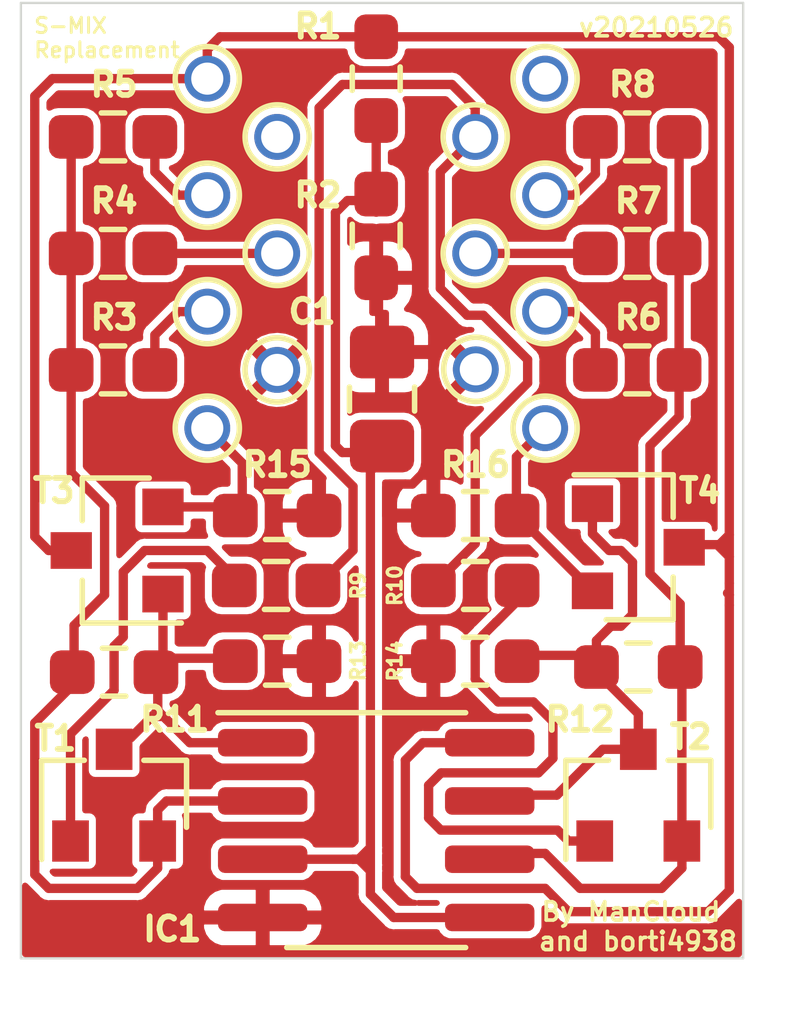
<source format=kicad_pcb>
(kicad_pcb (version 20211014) (generator pcbnew)
  (layers (0 "F.Cu" signal "Top") (31 "B.Cu" signal "Bottom") (34 "B.Paste" user) (35 "F.Paste" user) (36 "B.SilkS" user "B.Silkscreen") (37 "F.SilkS" user "F.Silkscreen") (38 "B.Mask" user) (39 "F.Mask" user) (44 "Edge.Cuts" user))
  (net 0 "")
  (net 1 "GND")
  (net 2 "+12V")
  (net 3 "Net-(IC1-Pad2)")
  (net 4 "/C_AUDIO_R")
  (net 5 "/E_AUDIO_R")
  (net 6 "/AUDIO_IN_R")
  (net 7 "Net-(IC1-Pad6)")
  (net 8 "/C_AUDIO_L")
  (net 9 "/E_AUDIO_L")
  (net 10 "/AUDIO_IN_L")
  (net 11 "/VREF")
  (net 12 "Net-(IC1-Pad1)")
  (net 13 "Net-(IC1-Pad7)")
  (net 14 "Net-(R9-Pad1)")
  (net 15 "Net-(R10-Pad1)")
  (net 16 "/MUTE")
  (net 17 "/R_CHAN")
  (net 18 "/L_CHAN")
  (net 19 "Net-(J3-Pad1)")
  (net 20 "Net-(J5-Pad1)")
  (footprint "Capacitor_SMD:C_0805_2012Metric_Pad1.15x1.40mm_HandSolder" (layer "F.Cu") (at 147.32 101.6 90)
    (fp_text reference "C1" (at 1.905 -1.524 180) (layer "F.SilkS") (effects (font (size 0.508 0.508) (thickness 0.127))))
    (fp_text value "10u")
    (fp_line (start -0.261252 0.71) (end 0.261252 0.71) (layer "F.SilkS") (width 0.12))
    (fp_line (start -0.261252 -0.71) (end 0.261252 -0.71) (layer "F.SilkS") (width 0.12))
    (pad "1" smd roundrect locked (at -1.025 0 90) (size 1.15 1.4) (layers "F.Cu" "F.Paste" "F.Mask") (roundrect_rratio 0.2173904348) (net 11 "/VREF"))
    (pad "2" smd roundrect locked (at 1.025 0 90) (size 1.15 1.4) (layers "F.Cu" "F.Paste" "F.Mask") (roundrect_rratio 0.2173904348) (net 1 "GND"))
  )
  (footprint "Package_SO:SOIC-8_3.9x4.9mm_P1.27mm" (layer "F.Cu") (at 147.193 110.998)
    (fp_text reference "IC1" (at -4.445 2.159) (layer "F.SilkS") (effects (font (size 0.508 0.508) (thickness 0.127))))
    (fp_text value "LM358D")
    (fp_line (start 0 2.56) (end -1.95 2.56) (layer "F.SilkS") (width 0.12))
    (fp_line (start 0 -2.56) (end -3.45 -2.56) (layer "F.SilkS") (width 0.12))
    (fp_line (start 0 -2.56) (end 1.95 -2.56) (layer "F.SilkS") (width 0.12))
    (fp_line (start 0 2.56) (end 1.95 2.56) (layer "F.SilkS") (width 0.12))
    (pad "1" smd roundrect locked (at -2.475 -1.905) (size 1.95 0.6) (layers "F.Cu" "F.Paste" "F.Mask") (net 12 "Net-(IC1-Pad1)"))
    (pad "2" smd roundrect locked (at -2.475 -0.635) (size 1.95 0.6) (layers "F.Cu" "F.Paste" "F.Mask") (net 3 "Net-(IC1-Pad2)"))
    (pad "3" smd roundrect locked (at -2.475 0.635) (size 1.95 0.6) (layers "F.Cu" "F.Paste" "F.Mask") (net 11 "/VREF"))
    (pad "4" smd roundrect locked (at -2.475 1.905) (size 1.95 0.6) (layers "F.Cu" "F.Paste" "F.Mask") (net 1 "GND"))
    (pad "5" smd roundrect locked (at 2.475 1.905) (size 1.95 0.6) (layers "F.Cu" "F.Paste" "F.Mask") (net 11 "/VREF"))
    (pad "6" smd roundrect locked (at 2.475 0.635) (size 1.95 0.6) (layers "F.Cu" "F.Paste" "F.Mask") (net 7 "Net-(IC1-Pad6)"))
    (pad "7" smd roundrect locked (at 2.475 -0.635) (size 1.95 0.6) (layers "F.Cu" "F.Paste" "F.Mask") (net 13 "Net-(IC1-Pad7)"))
    (pad "8" smd roundrect locked (at 2.475 -1.905) (size 1.95 0.6) (layers "F.Cu" "F.Paste" "F.Mask") (net 2 "+12V"))
  )
  (footprint "Resistor_SMD:R_0603_1608Metric_Pad0.98x0.95mm_HandSolder" (layer "F.Cu") (at 152.8845 100.965)
    (fp_text reference "R6" (at 0.0235 -1.143) (layer "F.SilkS") (effects (font (size 0.508 0.508) (thickness 0.127))))
    (fp_text value "10k")
    (fp_line (start -0.254724 0.5225) (end 0.254724 0.5225) (layer "F.SilkS") (width 0.12))
    (fp_line (start -0.254724 -0.5225) (end 0.254724 -0.5225) (layer "F.SilkS") (width 0.12))
    (pad "1" smd roundrect locked (at -0.9125 0) (size 0.975 0.95) (layers "F.Cu" "F.Paste" "F.Mask") (net 8 "/C_AUDIO_L"))
    (pad "2" smd roundrect locked (at 0.9125 0) (size 0.975 0.95) (layers "F.Cu" "F.Paste" "F.Mask") (net 7 "Net-(IC1-Pad6)"))
  )
  (footprint "Resistor_SMD:R_0603_1608Metric_Pad0.98x0.95mm_HandSolder" (layer "F.Cu") (at 145.034 107.315 180)
    (fp_text reference "R13" (at -1.766 0.007581 90) (layer "F.SilkS") (effects (font (size 0.3 0.3) (thickness 0.075))))
    (fp_text value "1k8")
    (fp_line (start -0.254724 0.5225) (end 0.254724 0.5225) (layer "F.SilkS") (width 0.12))
    (fp_line (start -0.254724 -0.5225) (end 0.254724 -0.5225) (layer "F.SilkS") (width 0.12))
    (pad "1" smd roundrect locked (at -0.9125 0 180) (size 0.975 0.95) (layers "F.Cu" "F.Paste" "F.Mask") (net 1 "GND"))
    (pad "2" smd roundrect locked (at 0.9125 0 180) (size 0.975 0.95) (layers "F.Cu" "F.Paste" "F.Mask") (net 12 "Net-(IC1-Pad1)"))
  )
  (footprint "Resistor_SMD:R_0603_1608Metric_Pad0.98x0.95mm_HandSolder" (layer "F.Cu") (at 141.4545 98.425 180)
    (fp_text reference "R4" (at -0.0235 1.143) (layer "F.SilkS") (effects (font (size 0.508 0.508) (thickness 0.127))))
    (fp_text value "10k")
    (fp_line (start -0.254724 -0.5225) (end 0.254724 -0.5225) (layer "F.SilkS") (width 0.12))
    (fp_line (start -0.254724 0.5225) (end 0.254724 0.5225) (layer "F.SilkS") (width 0.12))
    (pad "1" smd roundrect locked (at -0.9125 0 180) (size 0.975 0.95) (layers "F.Cu" "F.Paste" "F.Mask") (net 5 "/E_AUDIO_R"))
    (pad "2" smd roundrect locked (at 0.9125 0 180) (size 0.975 0.95) (layers "F.Cu" "F.Paste" "F.Mask") (net 3 "Net-(IC1-Pad2)"))
  )
  (footprint "Package_TO_SOT_SMD:SOT-23" (layer "F.Cu") (at 141.478 110.236 90)
    (fp_text reference "T1" (at 1.236 -1.278 180) (layer "F.SilkS") (effects (font (size 0.508 0.508) (thickness 0.127))))
    (fp_text value "BC846")
    (fp_line (start 0.76 -1.58) (end 0.76 -0.65) (layer "F.SilkS") (width 0.12))
    (fp_line (start 0.76 1.58) (end 0.76 0.65) (layer "F.SilkS") (width 0.12))
    (fp_line (start 0.76 -1.58) (end -1.4 -1.58) (layer "F.SilkS") (width 0.12))
    (fp_line (start 0.76 1.58) (end -0.7 1.58) (layer "F.SilkS") (width 0.12))
    (pad "1" smd rect locked (at -1 -0.95 90) (size 0.9 0.8) (layers "F.Cu" "F.Paste" "F.Mask") (net 14 "Net-(R9-Pad1)"))
    (pad "2" smd rect locked (at -1 0.95 90) (size 0.9 0.8) (layers "F.Cu" "F.Paste" "F.Mask") (net 3 "Net-(IC1-Pad2)"))
    (pad "3" smd rect locked (at 1 0 90) (size 0.9 0.8) (layers "F.Cu" "F.Paste" "F.Mask") (net 12 "Net-(IC1-Pad1)"))
  )
  (footprint "Resistor_SMD:R_0603_1608Metric_Pad0.98x0.95mm_HandSolder" (layer "F.Cu") (at 149.352 104.14)
    (fp_text reference "R16" (at 0.006233 -1.108165) (layer "F.SilkS") (effects (font (size 0.508 0.508) (thickness 0.127))))
    (fp_text value "1k")
    (fp_line (start -0.254724 0.5225) (end 0.254724 0.5225) (layer "F.SilkS") (width 0.12))
    (fp_line (start -0.254724 -0.5225) (end 0.254724 -0.5225) (layer "F.SilkS") (width 0.12))
    (pad "1" smd roundrect locked (at -0.9125 0) (size 0.975 0.95) (layers "F.Cu" "F.Paste" "F.Mask") (net 1 "GND"))
    (pad "2" smd roundrect locked (at 0.9125 0) (size 0.975 0.95) (layers "F.Cu" "F.Paste" "F.Mask") (net 18 "/L_CHAN"))
  )
  (footprint "Package_TO_SOT_SMD:SOT-23" (layer "F.Cu") (at 152.908 110.236 90)
    (fp_text reference "T2" (at 1.27 1.143 180) (layer "F.SilkS") (effects (font (size 0.508 0.508) (thickness 0.127))))
    (fp_text value "BC846")
    (fp_line (start 0.76 1.58) (end -0.7 1.58) (layer "F.SilkS") (width 0.12))
    (fp_line (start 0.76 -1.58) (end 0.76 -0.65) (layer "F.SilkS") (width 0.12))
    (fp_line (start 0.76 -1.58) (end -1.4 -1.58) (layer "F.SilkS") (width 0.12))
    (fp_line (start 0.76 1.58) (end 0.76 0.65) (layer "F.SilkS") (width 0.12))
    (pad "1" smd rect locked (at -1 -0.95 90) (size 0.9 0.8) (layers "F.Cu" "F.Paste" "F.Mask") (net 15 "Net-(R10-Pad1)"))
    (pad "2" smd rect locked (at -1 0.95 90) (size 0.9 0.8) (layers "F.Cu" "F.Paste" "F.Mask") (net 7 "Net-(IC1-Pad6)"))
    (pad "3" smd rect locked (at 1 0 90) (size 0.9 0.8) (layers "F.Cu" "F.Paste" "F.Mask") (net 13 "Net-(IC1-Pad7)"))
  )
  (footprint "Resistor_SMD:R_0603_1608Metric_Pad0.98x0.95mm_HandSolder" (layer "F.Cu") (at 152.908 107.442 180)
    (fp_text reference "R12" (at 1.27 -1.143) (layer "F.SilkS") (effects (font (size 0.508 0.508) (thickness 0.127))))
    (fp_text value "22k")
    (fp_line (start -0.254724 0.5225) (end 0.254724 0.5225) (layer "F.SilkS") (width 0.12))
    (fp_line (start -0.254724 -0.5225) (end 0.254724 -0.5225) (layer "F.SilkS") (width 0.12))
    (pad "1" smd roundrect locked (at -0.9125 0 180) (size 0.975 0.95) (layers "F.Cu" "F.Paste" "F.Mask") (net 7 "Net-(IC1-Pad6)"))
    (pad "2" smd roundrect locked (at 0.9125 0 180) (size 0.975 0.95) (layers "F.Cu" "F.Paste" "F.Mask") (net 13 "Net-(IC1-Pad7)"))
  )
  (footprint "Resistor_SMD:R_0603_1608Metric_Pad0.98x0.95mm_HandSolder" (layer "F.Cu") (at 152.8845 98.425)
    (fp_text reference "R7" (at 0.0235 -1.143) (layer "F.SilkS") (effects (font (size 0.508 0.508) (thickness 0.127))))
    (fp_text value "10k")
    (fp_line (start -0.254724 0.5225) (end 0.254724 0.5225) (layer "F.SilkS") (width 0.12))
    (fp_line (start -0.254724 -0.5225) (end 0.254724 -0.5225) (layer "F.SilkS") (width 0.12))
    (pad "1" smd roundrect locked (at -0.9125 0) (size 0.975 0.95) (layers "F.Cu" "F.Paste" "F.Mask") (net 9 "/E_AUDIO_L"))
    (pad "2" smd roundrect locked (at 0.9125 0) (size 0.975 0.95) (layers "F.Cu" "F.Paste" "F.Mask") (net 7 "Net-(IC1-Pad6)"))
  )
  (footprint "Resistor_SMD:R_0603_1608Metric_Pad0.98x0.95mm_HandSolder" (layer "F.Cu") (at 152.8845 95.885)
    (fp_text reference "R8" (at -0.1035 -1.143) (layer "F.SilkS") (effects (font (size 0.508 0.508) (thickness 0.127))))
    (fp_text value "10k")
    (fp_line (start -0.254724 0.5225) (end 0.254724 0.5225) (layer "F.SilkS") (width 0.12))
    (fp_line (start -0.254724 -0.5225) (end 0.254724 -0.5225) (layer "F.SilkS") (width 0.12))
    (pad "1" smd roundrect locked (at -0.9125 0) (size 0.975 0.95) (layers "F.Cu" "F.Paste" "F.Mask") (net 10 "/AUDIO_IN_L"))
    (pad "2" smd roundrect locked (at 0.9125 0) (size 0.975 0.95) (layers "F.Cu" "F.Paste" "F.Mask") (net 7 "Net-(IC1-Pad6)"))
  )
  (footprint "Resistor_SMD:R_0603_1608Metric_Pad0.98x0.95mm_HandSolder" (layer "F.Cu") (at 147.193 94.615 90)
    (fp_text reference "R1" (at 1.143 -1.27) (layer "F.SilkS") (effects (font (size 0.508 0.508) (thickness 0.127))))
    (fp_text value "33k")
    (fp_line (start -0.254724 0.5225) (end 0.254724 0.5225) (layer "F.SilkS") (width 0.12))
    (fp_line (start -0.254724 -0.5225) (end 0.254724 -0.5225) (layer "F.SilkS") (width 0.12))
    (pad "1" smd roundrect locked (at -0.9125 0 90) (size 0.975 0.95) (layers "F.Cu" "F.Paste" "F.Mask") (net 11 "/VREF"))
    (pad "2" smd roundrect locked (at 0.9125 0 90) (size 0.975 0.95) (layers "F.Cu" "F.Paste" "F.Mask") (net 2 "+12V"))
  )
  (footprint "TestPoint:TestPoint_THTPad_D1.0mm_Drill0.5mm" (layer "F.Cu") (at 143.51 99.695)
    (fp_text reference "J4" hide)
    (fp_text value " " hide)
    (fp_circle (center 0 0) (end 0 0.7) (layer "F.SilkS") (width 0.12) (fill none))
    (pad "1" thru_hole circle locked (at 0 0) (size 1 1) (drill 0.7) (layers *.Cu *.Mask) (net 4 "/C_AUDIO_R"))
  )
  (footprint "TestPoint:TestPoint_THTPad_D1.0mm_Drill0.5mm" (layer "F.Cu") (at 145.034 100.965)
    (fp_text reference "J2" hide)
    (fp_text value " " hide)
    (fp_circle (center 0 0) (end 0 0.7) (layer "F.SilkS") (width 0.12) (fill none))
    (pad "1" thru_hole circle locked (at 0 0) (size 1 1) (drill 0.7) (layers *.Cu *.Mask) (net 1 "GND"))
  )
  (footprint "TestPoint:TestPoint_THTPad_D1.0mm_Drill0.5mm" (layer "F.Cu") (at 145.034 95.885)
    (fp_text reference "J3" hide)
    (fp_text value " " hide)
    (fp_circle (center 0 0) (end 0 0.7) (layer "F.SilkS") (width 0.12) (fill none))
    (pad "1" thru_hole circle locked (at 0 0) (size 1 1) (drill 0.7) (layers *.Cu *.Mask) (net 19 "Net-(J3-Pad1)"))
  )
  (footprint "TestPoint:TestPoint_THTPad_D1.0mm_Drill0.5mm" (layer "F.Cu") (at 150.876 94.615)
    (fp_text reference "J5" hide)
    (fp_text value " " hide)
    (fp_circle (center 0 0) (end 0 0.7) (layer "F.SilkS") (width 0.12) (fill none))
    (pad "1" thru_hole circle locked (at 0 0) (size 1 1) (drill 0.7) (layers *.Cu *.Mask) (net 20 "Net-(J5-Pad1)"))
  )
  (footprint "TestPoint:TestPoint_THTPad_D1.0mm_Drill0.5mm" (layer "F.Cu") (at 145.034 98.425)
    (fp_text reference "J7" hide)
    (fp_text value " " hide)
    (fp_circle (center 0 0) (end 0 0.7) (layer "F.SilkS") (width 0.12) (fill none))
    (pad "1" thru_hole circle locked (at 0 0) (size 1 1) (drill 0.7) (layers *.Cu *.Mask) (net 5 "/E_AUDIO_R"))
  )
  (footprint "TestPoint:TestPoint_THTPad_D1.0mm_Drill0.5mm" (layer "F.Cu") (at 143.51 97.155)
    (fp_text reference "J8" hide)
    (fp_text value " " hide)
    (fp_circle (center 0 0) (end 0 0.7) (layer "F.SilkS") (width 0.12) (fill none))
    (pad "1" thru_hole circle locked (at 0 0) (size 1 1) (drill 0.7) (layers *.Cu *.Mask) (net 6 "/AUDIO_IN_R"))
  )
  (footprint "TestPoint:TestPoint_THTPad_D1.0mm_Drill0.5mm" (layer "F.Cu") (at 150.876 99.695)
    (fp_text reference "J9" hide)
    (fp_text value " " hide)
    (fp_circle (center 0 0) (end 0 0.7) (layer "F.SilkS") (width 0.12) (fill none))
    (pad "1" thru_hole circle locked (at 0 0) (size 1 1) (drill 0.7) (layers *.Cu *.Mask) (net 8 "/C_AUDIO_L"))
  )
  (footprint "TestPoint:TestPoint_THTPad_D1.0mm_Drill0.5mm" (layer "F.Cu") (at 149.352 98.425)
    (fp_text reference "J10" hide)
    (fp_text value " " hide)
    (fp_circle (center 0 0) (end 0 0.7) (layer "F.SilkS") (width 0.12) (fill none))
    (pad "1" thru_hole circle locked (at 0 0) (size 1 1) (drill 0.7) (layers *.Cu *.Mask) (net 9 "/E_AUDIO_L"))
  )
  (footprint "TestPoint:TestPoint_THTPad_D1.0mm_Drill0.5mm" (layer "F.Cu") (at 150.876 97.155)
    (fp_text reference "J11" hide)
    (fp_text value " " hide)
    (fp_circle (center 0 0) (end 0 0.7) (layer "F.SilkS") (width 0.12) (fill none))
    (pad "1" thru_hole circle locked (at 0 0) (size 1 1) (drill 0.7) (layers *.Cu *.Mask) (net 10 "/AUDIO_IN_L"))
  )
  (footprint "TestPoint:TestPoint_THTPad_D1.0mm_Drill0.5mm" (layer "F.Cu") (at 149.352 95.885)
    (fp_text reference "J12" hide)
    (fp_text value " " hide)
    (fp_circle (center 0 0) (end 0 0.7) (layer "F.SilkS") (width 0.12) (fill none))
    (pad "1" thru_hole circle locked (at 0 0) (size 1 1) (drill 0.7) (layers *.Cu *.Mask) (net 16 "/MUTE"))
  )
  (footprint "TestPoint:TestPoint_THTPad_D1.0mm_Drill0.5mm" (layer "F.Cu") (at 149.3647 100.9523)
    (fp_text reference "J15" hide)
    (fp_text value " " hide)
    (fp_circle (center 0 0) (end 0 0.7) (layer "F.SilkS") (width 0.12) (fill none))
    (pad "1" thru_hole circle locked (at 0 0) (size 1 1) (drill 0.7) (layers *.Cu *.Mask) (net 1 "GND"))
  )
  (footprint "TestPoint:TestPoint_THTPad_D1.0mm_Drill0.5mm" (layer "F.Cu") (at 150.876 102.235)
    (fp_text reference "J14" hide)
    (fp_text value " " hide)
    (fp_circle (center 0 0) (end 0 0.7) (layer "F.SilkS") (width 0.12) (fill none))
    (pad "1" thru_hole circle locked (at 0 0) (size 1 1) (drill 0.7) (layers *.Cu *.Mask) (net 18 "/L_CHAN"))
  )
  (footprint "TestPoint:TestPoint_THTPad_D1.0mm_Drill0.5mm" (layer "F.Cu") (at 143.51 94.615)
    (fp_text reference "J1" hide)
    (fp_text value " " hide)
    (fp_circle (center 0 0) (end 0 0.7) (layer "F.SilkS") (width 0.12) (fill none))
    (pad "1" thru_hole circle locked (at 0 0) (size 1 1) (drill 0.7) (layers *.Cu *.Mask) (net 2 "+12V"))
  )
  (footprint "Resistor_SMD:R_0603_1608Metric_Pad0.98x0.95mm_HandSolder" (layer "F.Cu") (at 141.4545 100.965 180)
    (fp_text reference "R3" (at -0.0235 1.143) (layer "F.SilkS") (effects (font (size 0.508 0.508) (thickness 0.127))))
    (fp_text value "10k")
    (fp_line (start -0.254724 -0.5225) (end 0.254724 -0.5225) (layer "F.SilkS") (width 0.12))
    (fp_line (start -0.254724 0.5225) (end 0.254724 0.5225) (layer "F.SilkS") (width 0.12))
    (pad "1" smd roundrect locked (at -0.9125 0 180) (size 0.975 0.95) (layers "F.Cu" "F.Paste" "F.Mask") (net 4 "/C_AUDIO_R"))
    (pad "2" smd roundrect locked (at 0.9125 0 180) (size 0.975 0.95) (layers "F.Cu" "F.Paste" "F.Mask") (net 3 "Net-(IC1-Pad2)"))
  )
  (footprint "Resistor_SMD:R_0603_1608Metric_Pad0.98x0.95mm_HandSolder" (layer "F.Cu") (at 145.034 104.14 180)
    (fp_text reference "R15" (at -0.001658 1.108165) (layer "F.SilkS") (effects (font (size 0.508 0.508) (thickness 0.127))))
    (fp_text value "1k")
    (fp_line (start -0.254724 0.5225) (end 0.254724 0.5225) (layer "F.SilkS") (width 0.12))
    (fp_line (start -0.254724 -0.5225) (end 0.254724 -0.5225) (layer "F.SilkS") (width 0.12))
    (pad "1" smd roundrect locked (at -0.9125 0 180) (size 0.975 0.95) (layers "F.Cu" "F.Paste" "F.Mask") (net 1 "GND"))
    (pad "2" smd roundrect locked (at 0.9125 0 180) (size 0.975 0.95) (layers "F.Cu" "F.Paste" "F.Mask") (net 17 "/R_CHAN"))
  )
  (footprint "Resistor_SMD:R_0603_1608Metric_Pad0.98x0.95mm_HandSolder" (layer "F.Cu") (at 149.352 105.664 180)
    (fp_text reference "R10" (at 1.752 -0.003494 90) (layer "F.SilkS") (effects (font (size 0.3 0.3) (thickness 0.075))))
    (fp_text value "1k")
    (fp_line (start -0.254724 0.5225) (end 0.254724 0.5225) (layer "F.SilkS") (width 0.12))
    (fp_line (start -0.254724 -0.5225) (end 0.254724 -0.5225) (layer "F.SilkS") (width 0.12))
    (pad "1" smd roundrect locked (at -0.9125 0 180) (size 0.975 0.95) (layers "F.Cu" "F.Paste" "F.Mask") (net 15 "Net-(R10-Pad1)"))
    (pad "2" smd roundrect locked (at 0.9125 0 180) (size 0.975 0.95) (layers "F.Cu" "F.Paste" "F.Mask") (net 16 "/MUTE"))
  )
  (footprint "Resistor_SMD:R_0603_1608Metric_Pad0.98x0.95mm_HandSolder" (layer "F.Cu") (at 145.0105 105.664)
    (fp_text reference "R9" (at 1.7895 0.003494 90) (layer "F.SilkS") (effects (font (size 0.3 0.3) (thickness 0.075))))
    (fp_text value "1k")
    (fp_line (start -0.254724 0.5225) (end 0.254724 0.5225) (layer "F.SilkS") (width 0.12))
    (fp_line (start -0.254724 -0.5225) (end 0.254724 -0.5225) (layer "F.SilkS") (width 0.12))
    (pad "1" smd roundrect locked (at -0.9125 0) (size 0.975 0.95) (layers "F.Cu" "F.Paste" "F.Mask") (net 14 "Net-(R9-Pad1)"))
    (pad "2" smd roundrect locked (at 0.9125 0) (size 0.975 0.95) (layers "F.Cu" "F.Paste" "F.Mask") (net 16 "/MUTE"))
  )
  (footprint "Resistor_SMD:R_0603_1608Metric_Pad0.98x0.95mm_HandSolder" (layer "F.Cu") (at 141.4545 95.885 180)
    (fp_text reference "R5" (at -0.0235 1.143) (layer "F.SilkS") (effects (font (size 0.508 0.508) (thickness 0.127))))
    (fp_text value "10k")
    (fp_line (start -0.254724 -0.5225) (end 0.254724 -0.5225) (layer "F.SilkS") (width 0.12))
    (fp_line (start -0.254724 0.5225) (end 0.254724 0.5225) (layer "F.SilkS") (width 0.12))
    (pad "1" smd roundrect locked (at -0.9125 0 180) (size 0.975 0.95) (layers "F.Cu" "F.Paste" "F.Mask") (net 6 "/AUDIO_IN_R"))
    (pad "2" smd roundrect locked (at 0.9125 0 180) (size 0.975 0.95) (layers "F.Cu" "F.Paste" "F.Mask") (net 3 "Net-(IC1-Pad2)"))
  )
  (footprint "Package_TO_SOT_SMD:SOT-23" (layer "F.Cu") (at 141.544 104.902 180)
    (fp_text reference "T3" (at 1.381382 1.302 180) (layer "F.SilkS") (effects (font (size 0.508 0.508) (thickness 0.127))))
    (fp_text value "BC846")
    (fp_line (start 0.76 1.58) (end 0.76 0.65) (layer "F.SilkS") (width 0.12))
    (fp_line (start 0.76 -1.58) (end -1.4 -1.58) (layer "F.SilkS") (width 0.12))
    (fp_line (start 0.76 1.58) (end -0.7 1.58) (layer "F.SilkS") (width 0.12))
    (fp_line (start 0.76 -1.58) (end 0.76 -0.65) (layer "F.SilkS") (width 0.12))
    (pad "1" smd rect locked (at -1 -0.95 180) (size 0.9 0.8) (layers "F.Cu" "F.Paste" "F.Mask") (net 12 "Net-(IC1-Pad1)"))
    (pad "2" smd rect locked (at -1 0.95 180) (size 0.9 0.8) (layers "F.Cu" "F.Paste" "F.Mask") (net 17 "/R_CHAN"))
    (pad "3" smd rect locked (at 1 0 180) (size 0.9 0.8) (layers "F.Cu" "F.Paste" "F.Mask") (net 2 "+12V"))
  )
  (footprint "TestPoint:TestPoint_THTPad_D1.0mm_Drill0.5mm" (layer "F.Cu") (at 143.51 102.235)
    (fp_text reference "J13" hide)
    (fp_text value " " hide)
    (fp_circle (center 0 0) (end 0 0.7) (layer "F.SilkS") (width 0.12) (fill none))
    (pad "1" thru_hole circle locked (at 0 0) (size 1 1) (drill 0.7) (layers *.Cu *.Mask) (net 17 "/R_CHAN"))
  )
  (footprint "Resistor_SMD:R_0603_1608Metric_Pad0.98x0.95mm_HandSolder" (layer "F.Cu") (at 149.352 107.315)
    (fp_text reference "R14" (at -1.752 -0.001618 270) (layer "F.SilkS") (effects (font (size 0.3 0.3) (thickness 0.075))))
    (fp_text value "1k8")
    (fp_line (start -0.254724 -0.5225) (end 0.254724 -0.5225) (layer "F.SilkS") (width 0.12))
    (fp_line (start -0.254724 0.5225) (end 0.254724 0.5225) (layer "F.SilkS") (width 0.12))
    (pad "1" smd roundrect locked (at -0.9125 0) (size 0.975 0.95) (layers "F.Cu" "F.Paste" "F.Mask") (net 1 "GND"))
    (pad "2" smd roundrect locked (at 0.9125 0) (size 0.975 0.95) (layers "F.Cu" "F.Paste" "F.Mask") (net 13 "Net-(IC1-Pad7)"))
  )
  (footprint "Package_TO_SOT_SMD:SOT-23" (layer "F.Cu") (at 152.908 104.831498)
    (fp_text reference "T4" (at 1.340502 -1.231498) (layer "F.SilkS") (effects (font (size 0.508 0.508) (thickness 0.127))))
    (fp_text value "BC846")
    (fp_line (start 0.76 1.58) (end -0.7 1.58) (layer "F.SilkS") (width 0.12))
    (fp_line (start 0.76 1.58) (end 0.76 0.65) (layer "F.SilkS") (width 0.12))
    (fp_line (start 0.76 -1.58) (end 0.76 -0.65) (layer "F.SilkS") (width 0.12))
    (fp_line (start 0.76 -1.58) (end -1.4 -1.58) (layer "F.SilkS") (width 0.12))
    (pad "1" smd rect locked (at -1 -0.95) (size 0.9 0.8) (layers "F.Cu" "F.Paste" "F.Mask") (net 13 "Net-(IC1-Pad7)"))
    (pad "2" smd rect locked (at -1 0.95) (size 0.9 0.8) (layers "F.Cu" "F.Paste" "F.Mask") (net 18 "/L_CHAN"))
    (pad "3" smd rect locked (at 1 0) (size 0.9 0.8) (layers "F.Cu" "F.Paste" "F.Mask") (net 2 "+12V"))
  )
  (footprint "Resistor_SMD:R_0603_1608Metric_Pad0.98x0.95mm_HandSolder" (layer "F.Cu") (at 147.193 98.044 -90)
    (fp_text reference "R2" (at -0.889 1.27 180) (layer "F.SilkS") (effects (font (size 0.508 0.508) (thickness 0.127))))
    (fp_text value "33k")
    (fp_line (start -0.254724 0.5225) (end 0.254724 0.5225) (layer "F.SilkS") (width 0.12))
    (fp_line (start -0.254724 -0.5225) (end 0.254724 -0.5225) (layer "F.SilkS") (width 0.12))
    (pad "1" smd roundrect locked (at -0.9125 0 270) (size 0.975 0.95) (layers "F.Cu" "F.Paste" "F.Mask") (net 11 "/VREF"))
    (pad "2" smd roundrect locked (at 0.9125 0 270) (size 0.975 0.95) (layers "F.Cu" "F.Paste" "F.Mask") (net 1 "GND"))
  )
  (footprint "Resistor_SMD:R_0603_1608Metric_Pad0.98x0.95mm_HandSolder" (layer "F.Cu") (at 141.478 107.554773)
    (fp_text reference "R11" (at 1.322 1.030227 180) (layer "F.SilkS") (effects (font (size 0.508 0.508) (thickness 0.127))))
    (fp_text value "22k")
    (fp_line (start -0.254724 -0.5225) (end 0.254724 -0.5225) (layer "F.SilkS") (width 0.12))
    (fp_line (start -0.254724 0.5225) (end 0.254724 0.5225) (layer "F.SilkS") (width 0.12))
    (pad "1" smd roundrect locked (at -0.9125 0) (size 0.975 0.95) (layers "F.Cu" "F.Paste" "F.Mask") (net 3 "Net-(IC1-Pad2)"))
    (pad "2" smd roundrect locked (at 0.9125 0) (size 0.975 0.95) (layers "F.Cu" "F.Paste" "F.Mask") (net 12 "Net-(IC1-Pad1)"))
  )
  (gr_line (start 155.194 92.964) (end 155.194 113.792) (layer "Edge.Cuts") (width 0.05))
  (gr_line (start 155.194 92.964) (end 139.446 92.964) (layer "Edge.Cuts") (width 0.05))
  (gr_line (start 139.446 113.792) (end 155.194 113.792) (layer "Edge.Cuts") (width 0.05))
  (gr_line (start 139.446 92.964) (end 139.446 113.792) (layer "Edge.Cuts") (width 0.05))
  (gr_text "By ManCloud \nand borti4938" (at 152.9 113.1) (layer "F.SilkS") (effects (font (size 0.4 0.4) (thickness 0.08))))
  (gr_text "S-MIX\nReplacement" (at 139.7 93.726) (layer "F.SilkS") (effects (font (size 0.3302 0.3302) (thickness 0.0635)) (justify left)))
  (gr_text "v20210526" (at 153.3 93.5) (layer "F.SilkS") (effects (font (size 0.4 0.4) (thickness 0.08))))
  (segment (start 147.97877 103.45401) (end 147.49799 103.45401) (width 0.2032) (layer "F.Cu") (net 1))
  (segment (start 147.42161 104.14) (end 148.4395 104.14) (width 0.2032) (layer "F.Cu") (net 1))
  (segment (start 148.864701 101.452299) (end 148.864701 102.568079) (width 0.2032) (layer "F.Cu") (net 1))
  (segment (start 148.717 102.71578) (end 147.97877 103.45401) (width 0.2032) (layer "F.Cu") (net 1))
  (segment (start 149.3647 100.9523) (end 148.864701 101.452299) (width 0.2032) (layer "F.Cu") (net 1))
  (segment (start 148.717 101.6) (end 148.717 102.71578) (width 0.2032) (layer "F.Cu") (net 1))
  (segment (start 149.3647 100.9523) (end 148.717 101.6) (width 0.2032) (layer "F.Cu") (net 1))
  (segment (start 147.42161 103.53039) (end 147.42161 104.14) (width 0.2032) (layer "F.Cu") (net 1))
  (segment (start 147.49799 103.45401) (end 147.42161 103.53039) (width 0.2032) (layer "F.Cu") (net 1))
  (segment (start 139.74841 104.59959) (end 139.74841 95.29841) (width 0.2032) (layer "F.Cu") (net 2))
  (segment (start 147.828 109.474) (end 147.828 112.014) (width 0.2032) (layer "F.Cu") (net 2))
  (segment (start 143.7875 93.7025) (end 154.6625 93.7025) (width 0.2032) (layer "F.Cu") (net 2))
  (segment (start 154.6625 93.7025) (end 154.89159 93.93159) (width 0.2032) (layer "F.Cu") (net 2))
  (segment (start 154.629678 104.775) (end 154.89159 105.036912) (width 0.2032) (layer "F.Cu") (net 2))
  (segment (start 154.89159 105.61559) (end 154.89159 105.86959) (width 0.2032) (layer "F.Cu") (net 2))
  (segment (start 149.668 108.966) (end 149.541 109.093) (width 0.2032) (layer "F.Cu") (net 2))
  (segment (start 148.082 112.268) (end 150.876 112.268) (width 0.2032) (layer "F.Cu") (net 2))
  (segment (start 151.384 112.776) (end 154.432 112.776) (width 0.2032) (layer "F.Cu") (net 2))
  (segment (start 154.89159 106.09341) (end 154.89159 105.86959) (width 0.2032) (layer "F.Cu") (net 2))
  (segment (start 153.964498 104.775) (end 154.813 104.775) (width 0.2032) (layer "F.Cu") (net 2))
  (segment (start 154.675682 104.775) (end 154.89159 104.559092) (width 0.2032) (layer "F.Cu") (net 2))
  (segment (start 140.05082 104.902) (end 139.74841 104.59959) (width 0.2032) (layer "F.Cu") (net 2))
  (segment (start 149.541 109.093) (end 148.209 109.093) (width 0.2032) (layer "F.Cu") (net 2))
  (segment (start 154.599498 104.775) (end 154.675682 104.775) (width 0.2032) (layer "F.Cu") (net 2))
  (segment (start 154.89159 93.93159) (end 154.89159 105.61559) (width 0.2032) (layer "F.Cu") (net 2))
  (segment (start 140.544 104.902) (end 140.05082 104.902) (width 0.2032) (layer "F.Cu") (net 2))
  (segment (start 143.51 94.615) (end 143.51 93.98) (width 0.2032) (layer "F.Cu") (net 2))
  (segment (start 143.51 94.615) (end 140.12941 94.615) (width 0.2032) (layer "F.Cu") (net 2))
  (segment (start 143.51 93.98) (end 143.7875 93.7025) (width 0.2032) (layer "F.Cu") (net 2))
  (segment (start 154.853498 105.831498) (end 154.89159 105.86959) (width 0.2032) (layer "F.Cu") (net 2))
  (segment (start 139.74841 95.29841) (end 139.74841 94.996) (width 0.2032) (layer "F.Cu") (net 2))
  (segment (start 153.908 104.831498) (end 153.964498 104.775) (width 0.2032) (layer "F.Cu") (net 2))
  (segment (start 147.828 112.014) (end 148.082 112.268) (width 0.2032) (layer "F.Cu") (net 2))
  (segment (start 148.209 109.093) (end 147.828 109.474) (width 0.2032) (layer "F.Cu") (net 2))
  (segment (start 154.89159 112.31641) (end 154.89159 106.09341) (width 0.2032) (layer "F.Cu") (net 2))
  (segment (start 150.876 112.268) (end 151.384 112.776) (width 0.2032) (layer "F.Cu") (net 2))
  (segment (start 140.12941 94.615) (end 139.74841 94.996) (width 0.2032) (layer "F.Cu") (net 2))
  (segment (start 154.432 112.776) (end 154.89159 112.31641) (width 0.2032) (layer "F.Cu") (net 2))
  (segment (start 140.542 95.885) (end 140.542 98.425) (width 0.2032) (layer "F.Cu") (net 3))
  (segment (start 140.542 98.425) (end 140.542 100.965) (width 0.2032) (layer "F.Cu") (net 3))
  (segment (start 142.428 110.556) (end 142.621 110.363) (width 0.2032) (layer "F.Cu") (net 3))
  (segment (start 140.542 100.965) (end 140.542 103.204) (width 0.2032) (layer "F.Cu") (net 3))
  (segment (start 140.6055 107.8065) (end 139.74841 108.66359) (width 0.2032) (layer "F.Cu") (net 3))
  (segment (start 142.428 111.826) (end 142.428 110.556) (width 0.2032) (layer "F.Cu") (net 3))
  (segment (start 141.271401 105.870599) (end 140.6055 106.5365) (width 0.2032) (layer "F.Cu") (net 3))
  (segment (start 140.542 103.204) (end 141.271401 103.933401) (width 0.2032) (layer "F.Cu") (net 3))
  (segment (start 140.05082 112.268) (end 141.986 112.268) (width 0.2032) (layer "F.Cu") (net 3))
  (segment (start 141.986 112.268) (end 142.428 111.826) (width 0.2032) (layer "F.Cu") (net 3))
  (segment (start 141.271401 103.933401) (end 141.271401 105.870599) (width 0.2032) (layer "F.Cu") (net 3))
  (segment (start 142.621 110.363) (end 144.718 110.363) (width 0.2032) (layer "F.Cu") (net 3))
  (segment (start 139.74841 111.96559) (end 140.05082 112.268) (width 0.2032) (layer "F.Cu") (net 3))
  (segment (start 139.74841 108.66359) (end 139.74841 111.96559) (width 0.2032) (layer "F.Cu") (net 3))
  (segment (start 140.6055 106.5365) (end 140.6055 107.8065) (width 0.2032) (layer "F.Cu") (net 3))
  (segment (start 143.51 99.695) (end 142.875 99.695) (width 0.2032) (layer "F.Cu") (net 4))
  (segment (start 142.367 100.203) (end 142.367 100.965) (width 0.2032) (layer "F.Cu") (net 4))
  (segment (start 142.875 99.695) (end 142.367 100.203) (width 0.2032) (layer "F.Cu") (net 4))
  (segment (start 145.034 98.425) (end 142.367 98.425) (width 0.2032) (layer "F.Cu") (net 5))
  (segment (start 142.875 97.155) (end 142.367 96.647) (width 0.2032) (layer "F.Cu") (net 6))
  (segment (start 143.51 97.155) (end 142.875 97.155) (width 0.2032) (layer "F.Cu") (net 6))
  (segment (start 142.367 96.647) (end 142.367 95.885) (width 0.2032) (layer "F.Cu") (net 6))
  (segment (start 153.162 105.41) (end 153.162 102.616) (width 0.2032) (layer "F.Cu") (net 7))
  (segment (start 153.858 111.826) (end 153.858 111.236) (width 0.2032) (layer "F.Cu") (net 7))
  (segment (start 153.8205 106.0685) (end 153.162 105.41) (width 0.2032) (layer "F.Cu") (net 7))
  (segment (start 153.416 112.268) (end 153.858 111.826) (width 0.2032) (layer "F.Cu") (net 7))
  (segment (start 153.797 98.425) (end 153.797 100.965) (width 0.2032) (layer "F.Cu") (net 7))
  (segment (start 153.858 111.236) (end 153.858 107.4795) (width 0.2032) (layer "F.Cu") (net 7))
  (segment (start 151.638 112.268) (end 153.416 112.268) (width 0.2032) (layer "F.Cu") (net 7))
  (segment (start 150.876 111.506) (end 151.638 112.268) (width 0.2032) (layer "F.Cu") (net 7))
  (segment (start 153.797 95.885) (end 153.797 98.425) (width 0.2032) (layer "F.Cu") (net 7))
  (segment (start 149.668 111.506) (end 150.876 111.506) (width 0.2032) (layer "F.Cu") (net 7))
  (segment (start 153.162 102.616) (end 153.797 101.981) (width 0.2032) (layer "F.Cu") (net 7))
  (segment (start 153.797 101.981) (end 153.797 100.965) (width 0.2032) (layer "F.Cu") (net 7))
  (segment (start 153.8205 107.442) (end 153.8205 106.0685) (width 0.2032) (layer "F.Cu") (net 7))
  (segment (start 153.858 107.4795) (end 153.8205 107.442) (width 0.2032) (layer "F.Cu") (net 7))
  (segment (start 151.972 100.156) (end 151.972 100.965) (width 0.2032) (layer "F.Cu") (net 8))
  (segment (start 151.511 99.695) (end 151.972 100.156) (width 0.2032) (layer "F.Cu") (net 8))
  (segment (start 150.876 99.695) (end 151.511 99.695) (width 0.2032) (layer "F.Cu") (net 8))
  (segment (start 149.352 98.425) (end 151.972 98.425) (width 0.2032) (layer "F.Cu") (net 9))
  (segment (start 150.876 97.155) (end 151.511 97.155) (width 0.2032) (layer "F.Cu") (net 10))
  (segment (start 151.511 97.155) (end 151.972 96.694) (width 0.2032) (layer "F.Cu") (net 10))
  (segment (start 151.972 96.694) (end 151.972 95.885) (width 0.2032) (layer "F.Cu") (net 10))
  (segment (start 147.066 103.171) (end 147.066 111.379) (width 0.2032) (layer "F.Cu") (net 11))
  (segment (start 146.304 97.536) (end 146.567 97.273) (width 0.2032) (layer "F.Cu") (net 11))
  (segment (start 146.685 111.633) (end 146.939 111.633) (width 0.2032) (layer "F.Cu") (net 11))
  (segment (start 147.066 111.76) (end 147.066 111.887) (width 0.2032) (layer "F.Cu") (net 11))
  (segment (start 146.304 102.616) (end 146.304 97.536) (width 0.2032) (layer "F.Cu") (net 11))
  (segment (start 147.066 111.379) (end 147.066 111.506) (width 0.2032) (layer "F.Cu") (net 11))
  (segment (start 147.193 103.044) (end 147.066 103.171) (width 0.2032) (layer "F.Cu") (net 11))
  (segment (start 147.066 111.506) (end 147.066 111.76) (width 0.2032) (layer "F.Cu") (net 11))
  (segment (start 146.685 111.633) (end 146.812 111.633) (width 0.2032) (layer "F.Cu") (net 11))
  (segment (start 146.812 111.633) (end 147.066 111.887) (width 0.2032) (layer "F.Cu") (net 11))
  (segment (start 146.939 111.633) (end 147.066 111.506) (width 0.2032) (layer "F.Cu") (net 11))
  (segment (start 144.718 111.633) (end 146.685 111.633) (width 0.2032) (layer "F.Cu") (net 11))
  (segment (start 147.193 102.7665) (end 146.4545 102.7665) (width 0.2032) (layer "F.Cu") (net 11))
  (segment (start 146.812 111.633) (end 147.066 111.379) (width 0.2032) (layer "F.Cu") (net 11))
  (segment (start 146.4545 102.7665) (end 146.304 102.616) (width 0.2032) (layer "F.Cu") (net 11))
  (segment (start 146.567 97.273) (end 147.193 97.273) (width 0.2032) (layer "F.Cu") (net 11))
  (segment (start 149.668 112.903) (end 149.668 112.776) (width 0.2032) (layer "F.Cu") (net 11))
  (segment (start 147.574 112.903) (end 149.668 112.903) (width 0.2032) (layer "F.Cu") (net 11))
  (segment (start 146.939 111.633) (end 147.066 111.76) (width 0.2032) (layer "F.Cu") (net 11))
  (segment (start 147.066 111.887) (end 147.066 112.395) (width 0.2032) (layer "F.Cu") (net 11))
  (segment (start 147.193 95.864225) (end 147.193 97.527) (width 0.2032) (layer "F.Cu") (net 11))
  (segment (start 147.066 112.395) (end 147.574 112.903) (width 0.2032) (layer "F.Cu") (net 11))
  (segment (start 142.1765 108.6485) (end 142.3035 108.5215) (width 0.2032) (layer "F.Cu") (net 12))
  (segment (start 142.4305 107.2515) (end 144.058 107.2515) (width 0.2032) (layer "F.Cu") (net 12))
  (segment (start 142.1765 108.6485) (end 142.4305 108.3945) (width 0.2032) (layer "F.Cu") (net 12))
  (segment (start 142.4305 108.3945) (end 142.4305 107.2515) (width 0.2032) (layer "F.Cu") (net 12))
  (segment (start 142.621 108.585) (end 142.4305 108.3945) (width 0.2032) (layer "F.Cu") (net 12))
  (segment (start 141.478 108.982) (end 141.843 108.982) (width 0.2032) (layer "F.Cu") (net 12))
  (segment (start 142.5575 108.5215) (end 142.621 108.585) (width 0.2032) (layer "F.Cu") (net 12))
  (segment (start 142.3035 108.5215) (end 142.5575 108.5215) (width 0.2032) (layer "F.Cu") (net 12))
  (segment (start 143.129 109.093) (end 142.621 108.585) (width 0.2032) (layer "F.Cu") (net 12))
  (segment (start 141.843 108.982) (end 142.1765 108.6485) (width 0.2032) (layer "F.Cu") (net 12))
  (segment (start 142.544 107.138) (end 142.4305 107.2515) (width 0.2032) (layer "F.Cu") (net 12))
  (segment (start 144.718 109.093) (end 143.129 109.093) (width 0.2032) (layer "F.Cu") (net 12))
  (segment (start 142.544 105.852) (end 142.544 107.138) (width 0.2032) (layer "F.Cu") (net 12))
  (segment (start 144.058 107.2515) (end 144.1215 107.188) (width 0.2032) (layer "F.Cu") (net 12))
  (segment (start 152.908 108.458) (end 151.9955 107.5455) (width 0.2032) (layer "F.Cu") (net 13))
  (segment (start 152.781 106.299) (end 152.781 105.156) (width 0.2032) (layer "F.Cu") (net 13))
  (segment (start 152.3095 106.553) (end 152.527 106.553) (width 0.2032) (layer "F.Cu") (net 13))
  (segment (start 151.9955 107.5455) (end 151.9955 107.442) (width 0.2032) (layer "F.Cu") (net 13))
  (segment (start 149.668 110.236) (end 151.13 110.236) (width 0.2032) (layer "F.Cu") (net 13))
  (segment (start 152.13 109.236) (end 152.908 109.236) (width 0.2032) (layer "F.Cu") (net 13))
  (segment (start 152.781 105.156) (end 152.527 104.902) (width 0.2032) (layer "F.Cu") (net 13))
  (segment (start 151.7415 107.188) (end 151.9955 107.442) (width 0.2032) (layer "F.Cu") (net 13))
  (segment (start 151.9955 107.442) (end 151.9955 106.867) (width 0.2032) (layer "F.Cu") (net 13))
  (segment (start 152.908 109.236) (end 152.908 108.458) (width 0.2032) (layer "F.Cu") (net 13))
  (segment (start 151.908 104.537) (end 151.908 103.881498) (width 0.2032) (layer "F.Cu") (net 13))
  (segment (start 151.9955 106.867) (end 152.3095 106.553) (width 0.2032) (layer "F.Cu") (net 13))
  (segment (start 152.527 104.902) (end 152.273 104.902) (width 0.2032) (layer "F.Cu") (net 13))
  (segment (start 152.273 104.902) (end 151.908 104.537) (width 0.2032) (layer "F.Cu") (net 13))
  (segment (start 152.527 106.553) (end 152.781 106.299) (width 0.2032) (layer "F.Cu") (net 13))
  (segment (start 151.13 110.236) (end 152.13 109.236) (width 0.2032) (layer "F.Cu") (net 13))
  (segment (start 150.2645 107.188) (end 151.7415 107.188) (width 0.2032) (layer "F.Cu") (net 13))
  (segment (start 151.8945 107.1905) (end 151.9555 107.2515) (width 0.2032) (layer "F.Cu") (net 13))
  (segment (start 141.678293 106.788013) (end 141.478 106.988306) (width 0.2032) (layer "F.Cu") (net 14))
  (segment (start 143.51 104.902) (end 142.144678 104.902) (width 0.2032) (layer "F.Cu") (net 14))
  (segment (start 144.098 105.49) (end 143.51 104.902) (width 0.2032) (layer "F.Cu") (net 14))
  (segment (start 142.144678 104.902) (end 141.678293 105.368385) (width 0.2032) (layer "F.Cu") (net 14))
  (segment (start 141.678293 105.368385) (end 141.678293 106.788013) (width 0.2032) (layer "F.Cu") (net 14))
  (segment (start 140.528 108.9) (end 140.528 110.982) (width 0.2032) (layer "F.Cu") (net 14))
  (segment (start 141.478 106.988306) (end 141.478 107.95) (width 0.2032) (layer "F.Cu") (net 14))
  (segment (start 141.478 107.95) (end 140.528 108.9) (width 0.2032) (layer "F.Cu") (net 14))
  (segment (start 149.352 107.704051) (end 149.352 106.920981) (width 0.2032) (layer "F.Cu") (net 15))
  (segment (start 149.52299 106.749991) (end 149.52299 106.746908) (width 0.2032) (layer "F.Cu") (net 15))
  (segment (start 148.601466 110.997994) (end 148.336 110.732528) (width 0.2032) (layer "F.Cu") (net 15))
  (segment (start 149.851949 108.204) (end 149.352 107.704051) (width 0.2032) (layer "F.Cu") (net 15))
  (segment (start 149.52299 106.746908) (end 149.810908 106.45899) (width 0.2032) (layer "F.Cu") (net 15))
  (segment (start 150.728487 109.749663) (end 151.046222 109.431928) (width 0.2032) (layer "F.Cu") (net 15))
  (segment (start 150.2645 106.008481) (end 150.2645 105.664) (width 0.2032) (layer "F.Cu") (net 15))
  (segment (start 149.810908 106.45899) (end 149.813991 106.45899) (width 0.2032) (layer "F.Cu") (net 15))
  (segment (start 149.352 106.920981) (end 149.52299 106.749991) (width 0.2032) (layer "F.Cu") (net 15))
  (segment (start 148.336 110.732528) (end 148.336 110.021642) (width 0.2032) (layer "F.Cu") (net 15))
  (segment (start 151.384 111.236) (end 151.145994 110.997994) (width 0.2032) (layer "F.Cu") (net 15))
  (segment (start 151.958 111.236) (end 151.384 111.236) (width 0.2032) (layer "F.Cu") (net 15))
  (segment (start 150.622 108.204) (end 149.851949 108.204) (width 0.2032) (layer "F.Cu") (net 15))
  (segment (start 151.145994 110.997994) (end 148.601466 110.997994) (width 0.2032) (layer "F.Cu") (net 15))
  (segment (start 151.046222 109.431928) (end 151.046222 108.628222) (width 0.2032) (layer "F.Cu") (net 15))
  (segment (start 148.607979 109.749663) (end 150.728487 109.749663) (width 0.2032) (layer "F.Cu") (net 15))
  (segment (start 151.046222 108.628222) (end 150.622 108.204) (width 0.2032) (layer "F.Cu") (net 15))
  (segment (start 149.813991 106.45899) (end 150.2645 106.008481) (width 0.2032) (layer "F.Cu") (net 15))
  (segment (start 148.336 110.021642) (end 148.607979 109.749663) (width 0.2032) (layer "F.Cu") (net 15))
  (segment (start 145.94839 95.25001) (end 145.94839 102.76839) (width 0.2032) (layer "F.Cu") (net 16))
  (segment (start 149.176404 99.773404) (end 149.527596 99.773404) (width 0.2032) (layer "F.Cu") (net 16))
  (segment (start 150.495 101.248892) (end 149.352 102.391892) (width 0.2032) (layer "F.Cu") (net 16))
  (segment (start 146.68801 104.89899) (end 145.923 105.664) (width 0.2032) (layer "F.Cu") (net 16))
  (segment (start 149.352 102.391892) (end 149.352 104.7515) (width 0.2032) (layer "F.Cu") (net 16))
  (segment (start 148.59 96.647) (end 148.59 99.187) (width 0.2032) (layer "F.Cu") (net 16))
  (segment (start 148.844 94.742) (end 146.4564 94.742) (width 0.2032) (layer "F.Cu") (net 16))
  (segment (start 149.352 95.885) (end 149.352 95.25) (width 0.2032) (layer "F.Cu") (net 16))
  (segment (start 148.59 99.187) (end 149.176404 99.773404) (width 0.2032) (layer "F.Cu") (net 16))
  (segment (start 149.527596 99.773404) (end 150.495 100.740809) (width 0.2032) (layer "F.Cu") (net 16))
  (segment (start 146.4564 94.742) (end 145.94839 95.25001) (width 0.2032) (layer "F.Cu") (net 16))
  (segment (start 149.352 95.25) (end 148.844 94.742) (width 0.2032) (layer "F.Cu") (net 16))
  (segment (start 150.495 100.740809) (end 150.495 101.248892) (width 0.2032) (layer "F.Cu") (net 16))
  (segment (start 149.352 95.885) (end 148.59 96.647) (width 0.2032) (layer "F.Cu") (net 16))
  (segment (start 145.94839 102.76839) (end 146.68801 103.50801) (width 0.2032) (layer "F.Cu") (net 16))
  (segment (start 146.68801 103.50801) (end 146.68801 104.89899) (width 0.2032) (layer "F.Cu") (net 16))
  (segment (start 149.352 104.7515) (end 148.4395 105.664) (width 0.2032) (layer "F.Cu") (net 16))
  (segment (start 144.272 102.997) (end 144.272 104.4975) (width 0.2032) (layer "F.Cu") (net 17))
  (segment (start 143.51 102.235) (end 144.272 102.997) (width 0.2032) (layer "F.Cu") (net 17))
  (segment (start 143.9335 103.952) (end 144.1215 104.14) (width 0.2032) (layer "F.Cu") (net 17))
  (segment (start 142.544 103.952) (end 143.9335 103.952) (width 0.2032) (layer "F.Cu") (net 17))
  (segment (start 150.876 102.235) (end 150.249543 102.861457) (width 0.2032) (layer "F.Cu") (net 18))
  (segment (start 151.05 102.409) (end 150.876 102.235) (width 0.2032) (layer "F.Cu") (net 18))
  (segment (start 150.249543 102.861457) (end 150.249543 104.125043) (width 0.2032) (layer "F.Cu") (net 18))
  (segment (start 150.2645 104.14) (end 151.905998 105.781498) (width 0.2032) (layer "F.Cu") (net 18))
  (segment (start 150.602912 103.801588) (end 150.2645 104.14) (width 0.2032) (layer "F.Cu") (net 18))
  (segment (start 150.249543 104.125043) (end 150.2645 104.14) (width 0.2032) (layer "F.Cu") (net 18))
  (segment (start 151.905998 105.781498) (end 151.908 105.781498) (width 0.2032) (layer "F.Cu") (net 18))
  (zone (net 1) (net_name "GND") (layer "F.Cu") (priority 6) (connect_pads (clearance 0.000001)) (min_thickness 0.127) (fill yes (thermal_gap 0.304) (thermal_bridge_width 0.304))
    (polygon (pts (xy 155.463875 113.82375) (xy 139.446 113.792) (xy 139.446 103.378) (xy 139.41425 103.3145) (xy 139.47775 92.9005) (xy 155.432125 92.93225)))
  )
)
</source>
